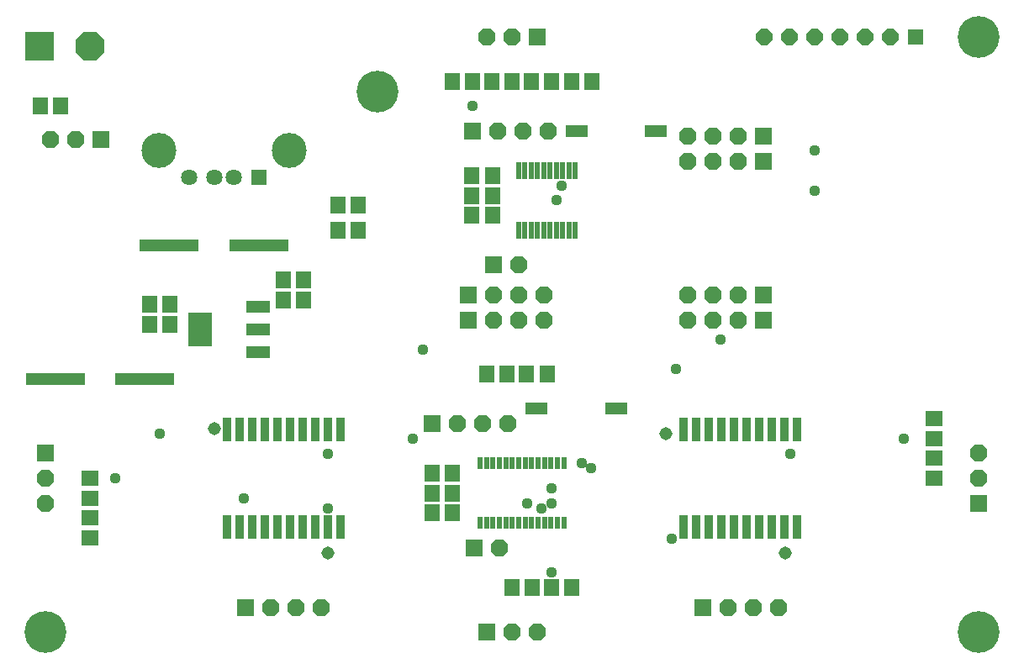
<source format=gts>
G75*
%MOIN*%
%OFA0B0*%
%FSLAX25Y25*%
%IPPOS*%
%LPD*%
%AMOC8*
5,1,8,0,0,1.08239X$1,22.5*
%
%ADD10C,0.16548*%
%ADD11R,0.06312X0.06706*%
%ADD12R,0.05512X0.05906*%
%ADD13R,0.23635X0.05131*%
%ADD14R,0.22835X0.04331*%
%ADD15R,0.06737X0.06737*%
%ADD16OC8,0.06737*%
%ADD17R,0.09265X0.13595*%
%ADD18R,0.08465X0.12795*%
%ADD19R,0.09265X0.04540*%
%ADD20R,0.08465X0.03740*%
%ADD21R,0.11548X0.11548*%
%ADD22OC8,0.11548*%
%ADD23C,0.13855*%
%ADD24R,0.06422X0.06422*%
%ADD25C,0.06422*%
%ADD26R,0.02178X0.06706*%
%ADD27R,0.01378X0.05906*%
%ADD28R,0.02178X0.04737*%
%ADD29R,0.01378X0.03937*%
%ADD30R,0.08674X0.04737*%
%ADD31R,0.07874X0.03937*%
%ADD32R,0.03753X0.09658*%
%ADD33R,0.02953X0.08858*%
%ADD34OC8,0.06343*%
%ADD35R,0.06343X0.06343*%
%ADD36R,0.06706X0.06312*%
%ADD37R,0.05906X0.05512*%
%ADD38C,0.04369*%
%ADD39C,0.05156*%
D10*
X0015205Y0013061D03*
X0147094Y0227628D03*
X0385283Y0249281D03*
X0385283Y0013061D03*
D11*
X0223965Y0030778D03*
X0215894Y0030778D03*
X0208217Y0030778D03*
X0200146Y0030778D03*
X0176720Y0060305D03*
X0168650Y0060305D03*
X0168650Y0068179D03*
X0176720Y0068179D03*
X0176720Y0076053D03*
X0168650Y0076053D03*
X0190303Y0115423D03*
X0198374Y0115423D03*
X0206051Y0115423D03*
X0214122Y0115423D03*
X0139319Y0172510D03*
X0131248Y0172510D03*
X0131248Y0182352D03*
X0139319Y0182352D03*
X0117665Y0152825D03*
X0109594Y0152825D03*
X0109594Y0144951D03*
X0117665Y0144951D03*
X0064516Y0142982D03*
X0056445Y0142982D03*
X0056445Y0135108D03*
X0064516Y0135108D03*
X0184398Y0178415D03*
X0192469Y0178415D03*
X0192469Y0186289D03*
X0184398Y0186289D03*
X0184398Y0194163D03*
X0192469Y0194163D03*
X0192272Y0231565D03*
X0184594Y0231565D03*
X0176524Y0231565D03*
X0200343Y0231565D03*
X0208020Y0231565D03*
X0216091Y0231565D03*
X0223768Y0231565D03*
X0231839Y0231565D03*
X0021209Y0221722D03*
X0013138Y0221722D03*
D12*
X0013138Y0221722D03*
X0021209Y0221722D03*
X0109594Y0152825D03*
X0117665Y0152825D03*
X0117665Y0144951D03*
X0109594Y0144951D03*
X0131248Y0172510D03*
X0139319Y0172510D03*
X0139319Y0182352D03*
X0131248Y0182352D03*
X0184398Y0178415D03*
X0192469Y0178415D03*
X0192469Y0186289D03*
X0184398Y0186289D03*
X0184398Y0194163D03*
X0192469Y0194163D03*
X0192272Y0231565D03*
X0184594Y0231565D03*
X0176524Y0231565D03*
X0200343Y0231565D03*
X0208020Y0231565D03*
X0216091Y0231565D03*
X0223768Y0231565D03*
X0231839Y0231565D03*
X0064516Y0142982D03*
X0056445Y0142982D03*
X0056445Y0135108D03*
X0064516Y0135108D03*
X0168650Y0076053D03*
X0176720Y0076053D03*
X0176720Y0068179D03*
X0168650Y0068179D03*
X0168650Y0060305D03*
X0176720Y0060305D03*
X0200146Y0030778D03*
X0208217Y0030778D03*
X0215894Y0030778D03*
X0223965Y0030778D03*
X0214122Y0115423D03*
X0206051Y0115423D03*
X0198374Y0115423D03*
X0190303Y0115423D03*
D13*
X0099850Y0166604D03*
X0064417Y0166604D03*
X0054575Y0113455D03*
X0019142Y0113455D03*
D14*
X0019142Y0113455D03*
X0054575Y0113455D03*
X0064417Y0166604D03*
X0099850Y0166604D03*
D15*
X0037409Y0208415D03*
X0182882Y0146919D03*
X0182882Y0136919D03*
X0192882Y0158730D03*
X0184457Y0211880D03*
X0210244Y0249281D03*
X0299890Y0209911D03*
X0299890Y0199911D03*
X0299890Y0146919D03*
X0299890Y0136919D03*
X0385283Y0064085D03*
X0275795Y0022904D03*
X0190244Y0013061D03*
X0185205Y0046526D03*
X0168709Y0095738D03*
X0094693Y0022904D03*
X0015205Y0084085D03*
D16*
X0015205Y0074085D03*
X0015205Y0064085D03*
X0104693Y0022904D03*
X0114693Y0022904D03*
X0124693Y0022904D03*
X0195205Y0046526D03*
X0200244Y0013061D03*
X0210244Y0013061D03*
X0285795Y0022904D03*
X0295795Y0022904D03*
X0305795Y0022904D03*
X0385283Y0074085D03*
X0385283Y0084085D03*
X0289890Y0136919D03*
X0279890Y0136919D03*
X0269890Y0136919D03*
X0269890Y0146919D03*
X0279890Y0146919D03*
X0289890Y0146919D03*
X0212882Y0146919D03*
X0202882Y0146919D03*
X0192882Y0146919D03*
X0192882Y0136919D03*
X0202882Y0136919D03*
X0212882Y0136919D03*
X0202882Y0158730D03*
X0269890Y0199911D03*
X0279890Y0199911D03*
X0289890Y0199911D03*
X0289890Y0209911D03*
X0279890Y0209911D03*
X0269890Y0209911D03*
X0214457Y0211880D03*
X0204457Y0211880D03*
X0194457Y0211880D03*
X0190244Y0249281D03*
X0200244Y0249281D03*
X0027409Y0208415D03*
X0017409Y0208415D03*
X0178709Y0095738D03*
X0188709Y0095738D03*
X0198709Y0095738D03*
D17*
X0076622Y0133140D03*
D18*
X0076622Y0133140D03*
D19*
X0099457Y0133140D03*
X0099457Y0142195D03*
X0099457Y0124085D03*
D20*
X0099457Y0124085D03*
X0099457Y0133140D03*
X0099457Y0142195D03*
D21*
X0013079Y0245344D03*
D22*
X0033079Y0245344D03*
D23*
X0060205Y0204006D03*
X0111937Y0204006D03*
D24*
X0099850Y0193337D03*
D25*
X0090008Y0193337D03*
X0082134Y0193337D03*
X0072291Y0193337D03*
D26*
X0202774Y0196132D03*
X0205274Y0196132D03*
X0207774Y0196132D03*
X0210274Y0196132D03*
X0212774Y0196132D03*
X0215274Y0196132D03*
X0217774Y0196132D03*
X0220274Y0196132D03*
X0222774Y0196132D03*
X0225274Y0196132D03*
X0225274Y0172510D03*
X0222774Y0172510D03*
X0220274Y0172510D03*
X0217774Y0172510D03*
X0215274Y0172510D03*
X0212774Y0172510D03*
X0210274Y0172510D03*
X0207774Y0172510D03*
X0205274Y0172510D03*
X0202774Y0172510D03*
D27*
X0202774Y0172510D03*
X0205274Y0172510D03*
X0207774Y0172510D03*
X0210274Y0172510D03*
X0212774Y0172510D03*
X0215274Y0172510D03*
X0217774Y0172510D03*
X0220274Y0172510D03*
X0222774Y0172510D03*
X0225274Y0172510D03*
X0225274Y0196132D03*
X0222774Y0196132D03*
X0220274Y0196132D03*
X0217774Y0196132D03*
X0215274Y0196132D03*
X0212774Y0196132D03*
X0210274Y0196132D03*
X0207774Y0196132D03*
X0205274Y0196132D03*
X0202774Y0196132D03*
D28*
X0202902Y0079990D03*
X0205461Y0079990D03*
X0208020Y0079990D03*
X0210579Y0079990D03*
X0213138Y0079990D03*
X0215697Y0079990D03*
X0218256Y0079990D03*
X0220815Y0079990D03*
X0200343Y0079990D03*
X0197783Y0079990D03*
X0195224Y0079990D03*
X0192665Y0079990D03*
X0190106Y0079990D03*
X0187547Y0079990D03*
X0187547Y0056368D03*
X0190106Y0056368D03*
X0192665Y0056368D03*
X0195224Y0056368D03*
X0197783Y0056368D03*
X0200343Y0056368D03*
X0202902Y0056368D03*
X0205461Y0056368D03*
X0208020Y0056368D03*
X0210579Y0056368D03*
X0213138Y0056368D03*
X0215697Y0056368D03*
X0218256Y0056368D03*
X0220815Y0056368D03*
D29*
X0220815Y0056368D03*
X0218256Y0056368D03*
X0215697Y0056368D03*
X0213138Y0056368D03*
X0210579Y0056368D03*
X0208020Y0056368D03*
X0205461Y0056368D03*
X0202902Y0056368D03*
X0200343Y0056368D03*
X0197783Y0056368D03*
X0195224Y0056368D03*
X0192665Y0056368D03*
X0190106Y0056368D03*
X0187547Y0056368D03*
X0187547Y0079990D03*
X0190106Y0079990D03*
X0192665Y0079990D03*
X0195224Y0079990D03*
X0197783Y0079990D03*
X0200343Y0079990D03*
X0202902Y0079990D03*
X0205461Y0079990D03*
X0208020Y0079990D03*
X0210579Y0079990D03*
X0213138Y0079990D03*
X0215697Y0079990D03*
X0218256Y0079990D03*
X0220815Y0079990D03*
D30*
X0210087Y0101644D03*
X0241583Y0101644D03*
X0257331Y0211880D03*
X0225835Y0211880D03*
D31*
X0225835Y0211880D03*
X0257331Y0211880D03*
X0241583Y0101644D03*
X0210087Y0101644D03*
D32*
X0268295Y0093514D03*
X0273295Y0093514D03*
X0278295Y0093514D03*
X0283295Y0093514D03*
X0288295Y0093514D03*
X0293295Y0093514D03*
X0298295Y0093514D03*
X0303295Y0093514D03*
X0308295Y0093514D03*
X0313295Y0093514D03*
X0313295Y0054656D03*
X0308295Y0054656D03*
X0303295Y0054656D03*
X0298295Y0054656D03*
X0293295Y0054656D03*
X0288295Y0054656D03*
X0283295Y0054656D03*
X0278295Y0054656D03*
X0273295Y0054656D03*
X0268295Y0054656D03*
X0132193Y0054656D03*
X0127193Y0054656D03*
X0122193Y0054656D03*
X0117193Y0054656D03*
X0112193Y0054656D03*
X0107193Y0054656D03*
X0102193Y0054656D03*
X0097193Y0054656D03*
X0092193Y0054656D03*
X0087193Y0054656D03*
X0087193Y0093514D03*
X0092193Y0093514D03*
X0097193Y0093514D03*
X0102193Y0093514D03*
X0107193Y0093514D03*
X0112193Y0093514D03*
X0117193Y0093514D03*
X0122193Y0093514D03*
X0127193Y0093514D03*
X0132193Y0093514D03*
D33*
X0132193Y0093514D03*
X0127193Y0093514D03*
X0122193Y0093514D03*
X0117193Y0093514D03*
X0112193Y0093514D03*
X0107193Y0093514D03*
X0102193Y0093514D03*
X0097193Y0093514D03*
X0092193Y0093514D03*
X0087193Y0093514D03*
X0087193Y0054656D03*
X0092193Y0054656D03*
X0097193Y0054656D03*
X0102193Y0054656D03*
X0107193Y0054656D03*
X0112193Y0054656D03*
X0117193Y0054656D03*
X0122193Y0054656D03*
X0127193Y0054656D03*
X0132193Y0054656D03*
X0268295Y0054656D03*
X0273295Y0054656D03*
X0278295Y0054656D03*
X0283295Y0054656D03*
X0288295Y0054656D03*
X0293295Y0054656D03*
X0298295Y0054656D03*
X0303295Y0054656D03*
X0308295Y0054656D03*
X0313295Y0054656D03*
X0313295Y0093514D03*
X0308295Y0093514D03*
X0303295Y0093514D03*
X0298295Y0093514D03*
X0293295Y0093514D03*
X0288295Y0093514D03*
X0283295Y0093514D03*
X0278295Y0093514D03*
X0273295Y0093514D03*
X0268295Y0093514D03*
D34*
X0300165Y0249281D03*
X0310165Y0249281D03*
X0320165Y0249281D03*
X0330165Y0249281D03*
X0340165Y0249281D03*
X0350165Y0249281D03*
D35*
X0360165Y0249281D03*
D36*
X0367567Y0097805D03*
X0367567Y0089734D03*
X0367567Y0082057D03*
X0367567Y0073986D03*
X0032921Y0074183D03*
X0032921Y0066112D03*
X0032921Y0058435D03*
X0032921Y0050364D03*
D37*
X0032921Y0050364D03*
X0032921Y0058435D03*
X0032921Y0066112D03*
X0032921Y0074183D03*
X0367567Y0073986D03*
X0367567Y0082057D03*
X0367567Y0089734D03*
X0367567Y0097805D03*
D38*
X0355756Y0089833D03*
X0310480Y0083927D03*
X0265205Y0117392D03*
X0282921Y0129203D03*
X0227803Y0079990D03*
X0231740Y0078022D03*
X0215992Y0070148D03*
X0215992Y0064242D03*
X0212055Y0062274D03*
X0206150Y0064242D03*
X0215992Y0036683D03*
X0263669Y0050030D03*
X0160874Y0089833D03*
X0127409Y0083927D03*
X0127409Y0062274D03*
X0093945Y0066211D03*
X0060480Y0091801D03*
X0042764Y0074085D03*
X0164811Y0125266D03*
X0217961Y0184321D03*
X0219929Y0190226D03*
X0184496Y0221722D03*
X0320323Y0204006D03*
X0320323Y0188258D03*
D39*
X0261268Y0091801D03*
X0308512Y0044557D03*
X0127409Y0044557D03*
X0082134Y0093770D03*
M02*

</source>
